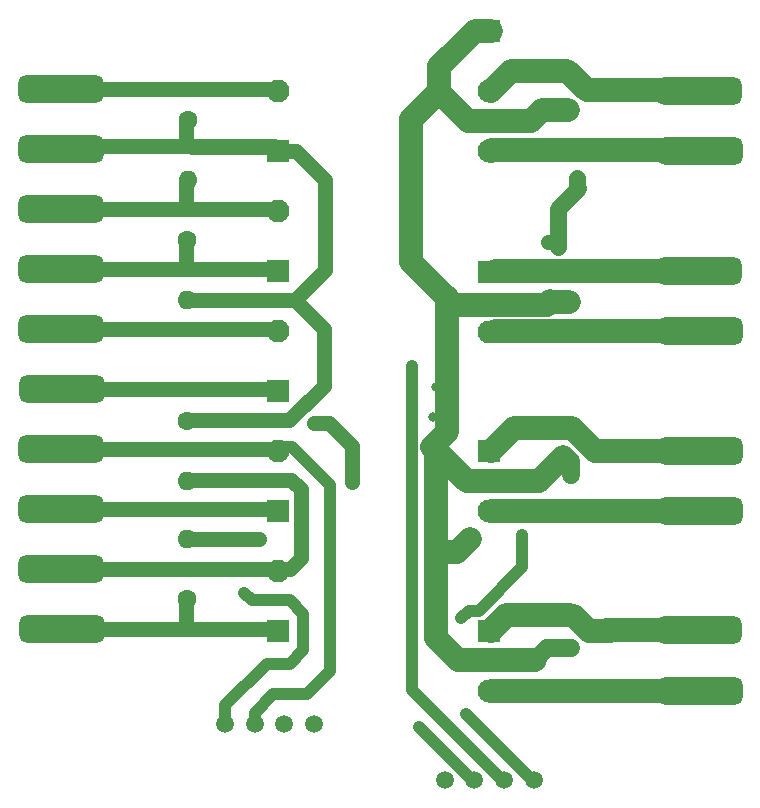
<source format=gbr>
%TF.GenerationSoftware,KiCad,Pcbnew,7.0.10*%
%TF.CreationDate,2024-08-04T06:11:57-04:00*%
%TF.ProjectId,12.X.2 - PLC Connector Combined,31322e58-2e32-4202-9d20-504c4320436f,rev?*%
%TF.SameCoordinates,Original*%
%TF.FileFunction,Copper,L2,Bot*%
%TF.FilePolarity,Positive*%
%FSLAX46Y46*%
G04 Gerber Fmt 4.6, Leading zero omitted, Abs format (unit mm)*
G04 Created by KiCad (PCBNEW 7.0.10) date 2024-08-04 06:11:57*
%MOMM*%
%LPD*%
G01*
G04 APERTURE LIST*
G04 Aperture macros list*
%AMRoundRect*
0 Rectangle with rounded corners*
0 $1 Rounding radius*
0 $2 $3 $4 $5 $6 $7 $8 $9 X,Y pos of 4 corners*
0 Add a 4 corners polygon primitive as box body*
4,1,4,$2,$3,$4,$5,$6,$7,$8,$9,$2,$3,0*
0 Add four circle primitives for the rounded corners*
1,1,$1+$1,$2,$3*
1,1,$1+$1,$4,$5*
1,1,$1+$1,$6,$7*
1,1,$1+$1,$8,$9*
0 Add four rect primitives between the rounded corners*
20,1,$1+$1,$2,$3,$4,$5,0*
20,1,$1+$1,$4,$5,$6,$7,0*
20,1,$1+$1,$6,$7,$8,$9,0*
20,1,$1+$1,$8,$9,$2,$3,0*%
G04 Aperture macros list end*
%TA.AperFunction,ComponentPad*%
%ADD10R,1.950000X1.950000*%
%TD*%
%TA.AperFunction,ComponentPad*%
%ADD11C,1.950000*%
%TD*%
%TA.AperFunction,ComponentPad*%
%ADD12C,1.600000*%
%TD*%
%TA.AperFunction,ComponentPad*%
%ADD13O,1.600000X1.600000*%
%TD*%
%TA.AperFunction,ComponentPad*%
%ADD14C,1.498600*%
%TD*%
%TA.AperFunction,SMDPad,CuDef*%
%ADD15RoundRect,0.572500X3.045750X0.572500X-3.045750X0.572500X-3.045750X-0.572500X3.045750X-0.572500X0*%
%TD*%
%TA.AperFunction,ViaPad*%
%ADD16C,0.800000*%
%TD*%
%TA.AperFunction,Conductor*%
%ADD17C,1.016000*%
%TD*%
%TA.AperFunction,Conductor*%
%ADD18C,2.000000*%
%TD*%
%TA.AperFunction,Conductor*%
%ADD19C,1.270000*%
%TD*%
%TA.AperFunction,Conductor*%
%ADD20C,0.250000*%
%TD*%
%TA.AperFunction,Conductor*%
%ADD21C,1.473200*%
%TD*%
%TA.AperFunction,Conductor*%
%ADD22C,1.500000*%
%TD*%
%TA.AperFunction,Conductor*%
%ADD23C,1.999996*%
%TD*%
G04 APERTURE END LIST*
D10*
%TO.P,J317,1,1*%
%TO.N,Net-(J305-Pin_1)*%
X110500000Y-87650000D03*
D11*
%TO.P,J317,2,2*%
%TO.N,Net-(J306-Pin_1)*%
X110500000Y-92730000D03*
%TD*%
D12*
%TO.P,R204,1*%
%TO.N,M*%
X85008250Y-74782224D03*
D13*
%TO.P,R204,2*%
%TO.N,Net-(J208-Pin_1)*%
X85008250Y-79862224D03*
%TD*%
D10*
%TO.P,J222,1,1*%
%TO.N,Net-(J205-Pin_1)*%
X92640000Y-97740000D03*
D11*
%TO.P,J222,2,2*%
%TO.N,Net-(J206-Pin_1)*%
X92640000Y-92660000D03*
%TD*%
D12*
%TO.P,R202,1*%
%TO.N,M*%
X84918250Y-100297224D03*
D13*
%TO.P,R202,2*%
%TO.N,Net-(J202-Pin_1)*%
X84918250Y-105377224D03*
%TD*%
D10*
%TO.P,J224,1,1*%
%TO.N,Net-(J201-Pin_1)*%
X92640000Y-118060000D03*
D11*
%TO.P,J224,2,2*%
%TO.N,Net-(J202-Pin_1)*%
X92640000Y-112980000D03*
%TD*%
D10*
%TO.P,J320,1,1*%
%TO.N,Net-(J313-Pin_1)*%
X110500000Y-102810000D03*
D11*
%TO.P,J320,2,2*%
%TO.N,Net-(J314-Pin_1)*%
X110500000Y-107890000D03*
%TD*%
D12*
%TO.P,R201,1*%
%TO.N,Net-(J201-Pin_1)*%
X84878250Y-115392224D03*
D13*
%TO.P,R201,2*%
%TO.N,M*%
X84878250Y-110312224D03*
%TD*%
D14*
%TO.P,J226,1,1*%
%TO.N,Net-(J206-Pin_1)*%
X95660000Y-125970000D03*
%TO.P,J226,2,2*%
%TO.N,Net-(J205-Pin_1)*%
X93160000Y-125970000D03*
%TO.P,J226,3,3*%
%TO.N,Net-(J204-Pin_1)*%
X90660000Y-125970000D03*
%TO.P,J226,4,4*%
%TO.N,Net-(J203-Pin_1)*%
X88160000Y-125970000D03*
%TD*%
D10*
%TO.P,J318,1,1*%
%TO.N,GNDPWR*%
X110500000Y-67250000D03*
D11*
%TO.P,J318,2,2*%
%TO.N,Net-(J303-Pin_1)*%
X110500000Y-72330000D03*
%TO.P,J318,3,3*%
%TO.N,Net-(J304-Pin_1)*%
X110500000Y-77410000D03*
%TD*%
D12*
%TO.P,R203,1*%
%TO.N,Net-(J207-Pin_1)*%
X84918250Y-85002224D03*
D13*
%TO.P,R203,2*%
%TO.N,M*%
X84918250Y-90082224D03*
%TD*%
D10*
%TO.P,J221,1,1*%
%TO.N,Net-(J203-Pin_1)*%
X92640000Y-107900000D03*
D11*
%TO.P,J221,2,2*%
%TO.N,Net-(J204-Pin_1)*%
X92640000Y-102820000D03*
%TD*%
D10*
%TO.P,J223,1,1*%
%TO.N,M*%
X92640000Y-77420000D03*
D11*
%TO.P,J223,2,2*%
%TO.N,Net-(J210-Pin_1)*%
X92640000Y-72340000D03*
%TD*%
D10*
%TO.P,J225,1,1*%
%TO.N,Net-(J207-Pin_1)*%
X92640000Y-87580000D03*
D11*
%TO.P,J225,2,2*%
%TO.N,Net-(J208-Pin_1)*%
X92640000Y-82500000D03*
%TD*%
D10*
%TO.P,J319,1,1*%
%TO.N,Net-(J301-Pin_1)*%
X110500000Y-118050000D03*
D11*
%TO.P,J319,2,2*%
%TO.N,Net-(J302-Pin_1)*%
X110500000Y-123130000D03*
%TD*%
D14*
%TO.P,J321,1,1*%
%TO.N,Net-(J304-Pin_1)*%
X114260000Y-130690000D03*
%TO.P,J321,2,2*%
%TO.N,Net-(J306-Pin_1)*%
X111760000Y-130690000D03*
%TO.P,J321,3,3*%
%TO.N,Net-(J314-Pin_1)*%
X109260000Y-130690000D03*
%TO.P,J321,4,4*%
%TO.N,Net-(J302-Pin_1)*%
X106760000Y-130690000D03*
%TD*%
D15*
%TO.P,J302,1,Pin_1*%
%TO.N,Net-(J302-Pin_1)*%
X128318250Y-123125000D03*
%TD*%
%TO.P,J314,1,Pin_1*%
%TO.N,Net-(J314-Pin_1)*%
X128328250Y-107885000D03*
%TD*%
%TO.P,J212,1,Pin_1*%
%TO.N,Net-(J202-Pin_1)*%
X74258250Y-112817224D03*
%TD*%
%TO.P,J216,1,Pin_1*%
%TO.N,Net-(J206-Pin_1)*%
X74268250Y-92497224D03*
%TD*%
%TO.P,J213,1,Pin_1*%
%TO.N,Net-(J203-Pin_1)*%
X74268250Y-107737224D03*
%TD*%
%TO.P,J217,1,Pin_1*%
%TO.N,Net-(J207-Pin_1)*%
X74268250Y-87407224D03*
%TD*%
%TO.P,J306,1,Pin_1*%
%TO.N,Net-(J306-Pin_1)*%
X128328250Y-92645000D03*
%TD*%
%TO.P,J219,1,Pin_1*%
%TO.N,M*%
X74238250Y-77247224D03*
%TD*%
%TO.P,J313,1,Pin_1*%
%TO.N,Net-(J313-Pin_1)*%
X128318250Y-102815000D03*
%TD*%
%TO.P,J211,1,Pin_1*%
%TO.N,Net-(J201-Pin_1)*%
X74340000Y-117907224D03*
%TD*%
%TO.P,J301,1,Pin_1*%
%TO.N,Net-(J301-Pin_1)*%
X128308250Y-118035000D03*
%TD*%
%TO.P,J214,1,Pin_1*%
%TO.N,Net-(J204-Pin_1)*%
X74258250Y-102667224D03*
%TD*%
%TO.P,J303,1,Pin_1*%
%TO.N,Net-(J303-Pin_1)*%
X128288250Y-72325000D03*
%TD*%
%TO.P,J304,1,Pin_1*%
%TO.N,Net-(J304-Pin_1)*%
X128311750Y-77405000D03*
%TD*%
%TO.P,J215,1,Pin_1*%
%TO.N,Net-(J205-Pin_1)*%
X74320000Y-97580000D03*
%TD*%
%TO.P,J218,1,Pin_1*%
%TO.N,Net-(J208-Pin_1)*%
X74258250Y-82347224D03*
%TD*%
%TO.P,J305,1,Pin_1*%
%TO.N,Net-(J305-Pin_1)*%
X128308250Y-87565000D03*
%TD*%
%TO.P,J220,1,Pin_1*%
%TO.N,Net-(J210-Pin_1)*%
X74238250Y-72187224D03*
%TD*%
D16*
%TO.N,Net-(J306-Pin_1)*%
X120134251Y-92670999D03*
X121294251Y-92670999D03*
X122474251Y-92670999D03*
X103972385Y-95625000D03*
%TO.N,Net-(J302-Pin_1)*%
X121870473Y-123124777D03*
X123300474Y-123124776D03*
X120148026Y-123124774D03*
%TO.N,Net-(J304-Pin_1)*%
X113311950Y-109950000D03*
X121454251Y-77400999D03*
X108153251Y-117010999D03*
X122764251Y-77380999D03*
X108528053Y-125094715D03*
X120234251Y-77391838D03*
%TO.N,Net-(J201-Pin_1)*%
X79471250Y-117874224D03*
X80868250Y-117874224D03*
X82265250Y-117874224D03*
%TO.N,Net-(J202-Pin_1)*%
X79471250Y-112794224D03*
X80868250Y-112794224D03*
X82392250Y-112794224D03*
%TO.N,Net-(J203-Pin_1)*%
X79471250Y-107714224D03*
X89758150Y-114826224D03*
X81249250Y-107714224D03*
X82773250Y-107714224D03*
%TO.N,Net-(J204-Pin_1)*%
X81249250Y-102634224D03*
X79598250Y-102634224D03*
X82773250Y-102634224D03*
%TO.N,Net-(J205-Pin_1)*%
X95679002Y-100444402D03*
X79852250Y-97554224D03*
X81503250Y-97554224D03*
X98902250Y-105440000D03*
X83027250Y-97554224D03*
%TO.N,Net-(J206-Pin_1)*%
X83281250Y-92474224D03*
X79852250Y-92474224D03*
X81630248Y-92474224D03*
%TO.N,Net-(J207-Pin_1)*%
X83027250Y-87394224D03*
X81376250Y-87394224D03*
X79852250Y-87394224D03*
%TO.N,Net-(J208-Pin_1)*%
X81503250Y-82314224D03*
X79725250Y-82314224D03*
X83281250Y-82314224D03*
%TO.N,M*%
X82773250Y-76980224D03*
X79344250Y-76980224D03*
X90012252Y-110254224D03*
X91282250Y-100221224D03*
X92425250Y-100221224D03*
X80995250Y-76980224D03*
X91028250Y-110254224D03*
%TO.N,Net-(J301-Pin_1)*%
X121667834Y-118059051D03*
X120434251Y-118040935D03*
X123002549Y-118042573D03*
%TO.N,Net-(J303-Pin_1)*%
X115500002Y-85149999D03*
X120264251Y-72280999D03*
X117950002Y-79700000D03*
X122864251Y-72310999D03*
X118058236Y-80608257D03*
X116350000Y-85584399D03*
X121454251Y-72310999D03*
%TO.N,Net-(J305-Pin_1)*%
X120234251Y-87570999D03*
X122644251Y-87560999D03*
X121404251Y-87540999D03*
%TO.N,Net-(J314-Pin_1)*%
X120034251Y-107891092D03*
X104549991Y-126196639D03*
X122754251Y-107840999D03*
X121334251Y-107870999D03*
%TO.N,Net-(J313-Pin_1)*%
X120034251Y-102870999D03*
X122904251Y-102850999D03*
X121474251Y-102870999D03*
%TO.N,GNDPWR*%
X115011251Y-73957999D03*
X117551241Y-104450499D03*
X117344251Y-119560999D03*
X105782385Y-99929133D03*
X108106625Y-68416625D03*
X103964011Y-78910999D03*
X107241626Y-69281624D03*
X117344251Y-73990999D03*
X103896138Y-77299998D03*
X108325000Y-111050000D03*
X105992385Y-97452999D03*
X117134251Y-103390999D03*
X108900001Y-110325001D03*
X115694741Y-90165509D03*
X103896138Y-75478864D03*
X115392251Y-119550999D03*
X117297251Y-90213999D03*
%TD*%
D17*
%TO.N,Net-(J306-Pin_1)*%
X103972369Y-123079017D02*
X103972369Y-95625016D01*
D18*
X128234251Y-92670999D02*
X120134251Y-92670999D01*
D17*
X111747351Y-130853999D02*
X103972369Y-123079017D01*
D18*
X120134251Y-92670999D02*
X110997583Y-92670999D01*
D17*
X103972369Y-95625016D02*
X103972385Y-95625000D01*
D18*
%TO.N,Net-(J302-Pin_1)*%
X110675230Y-123124770D02*
X110670000Y-123130000D01*
X128308691Y-123124770D02*
X110675230Y-123124770D01*
D17*
%TO.N,Net-(J304-Pin_1)*%
X114287351Y-130853999D02*
X108528067Y-125094715D01*
D18*
X128288046Y-77391838D02*
X120234251Y-77391838D01*
X120234251Y-77391838D02*
X110688162Y-77391838D01*
D17*
X113311950Y-112663050D02*
X113311950Y-109950000D01*
X109608000Y-116367000D02*
X113311950Y-112663050D01*
X108153251Y-117010999D02*
X108797250Y-116367000D01*
D18*
X110688162Y-77391838D02*
X110670000Y-77410000D01*
D17*
X108797250Y-116367000D02*
X109608000Y-116367000D01*
X108528067Y-125094715D02*
X108528053Y-125094715D01*
D19*
%TO.N,Net-(J201-Pin_1)*%
X84805250Y-117874220D02*
X74278395Y-117874220D01*
X79471250Y-117874224D02*
X80868250Y-117874224D01*
X92298250Y-117874224D02*
X92425250Y-117747224D01*
X74278395Y-117874220D02*
X74278391Y-117874224D01*
X82265250Y-117874224D02*
X92298250Y-117874224D01*
X80868250Y-117874224D02*
X82265250Y-117874224D01*
X84805250Y-115334224D02*
X84805250Y-117874220D01*
X74278391Y-117874224D02*
X79471250Y-117874224D01*
%TO.N,Net-(J202-Pin_1)*%
X80868250Y-112794224D02*
X79471250Y-112794224D01*
X79471250Y-112794224D02*
X79514250Y-112837224D01*
X94578250Y-111861750D02*
X94578250Y-106087224D01*
X93602776Y-112837224D02*
X94578250Y-111861750D01*
X94578250Y-106087224D02*
X93748250Y-105257224D01*
X82392250Y-112794224D02*
X80868250Y-112794224D01*
X79514250Y-112837224D02*
X93602776Y-112837224D01*
X79471250Y-112794224D02*
X74279942Y-112794224D01*
X74279942Y-112794224D02*
X74271976Y-112802190D01*
X93748250Y-105257224D02*
X85278250Y-105257224D01*
D17*
%TO.N,Net-(J203-Pin_1)*%
X88160000Y-124380000D02*
X88160000Y-125970000D01*
X93620000Y-120870000D02*
X91670000Y-120870000D01*
X91670000Y-120870000D02*
X88160000Y-124380000D01*
D19*
X79471250Y-107714224D02*
X74289842Y-107714224D01*
D17*
X90421926Y-115490000D02*
X93640000Y-115490000D01*
X94770000Y-116620000D02*
X94770000Y-119720000D01*
D19*
X81249250Y-107714224D02*
X79471250Y-107714224D01*
X92425250Y-107587224D02*
X92298250Y-107714224D01*
D17*
X89758150Y-114826224D02*
X90421926Y-115490000D01*
D19*
X92298250Y-107714224D02*
X82773250Y-107714224D01*
D17*
X94770000Y-119720000D02*
X93620000Y-120870000D01*
D19*
X82773250Y-107714224D02*
X81249250Y-107714224D01*
X74289842Y-107714224D02*
X74280369Y-107723697D01*
D17*
X93640000Y-115490000D02*
X94770000Y-116620000D01*
%TO.N,Net-(J204-Pin_1)*%
X92230000Y-123420000D02*
X95080000Y-123420000D01*
X95080000Y-123420000D02*
X97025000Y-121475000D01*
D19*
X92425250Y-102507224D02*
X92298250Y-102634224D01*
D17*
X97025000Y-121475000D02*
X97025000Y-105728116D01*
X97025000Y-105728116D02*
X93804108Y-102507224D01*
D19*
X82773250Y-102634224D02*
X81249250Y-102634224D01*
D17*
X90660000Y-124990000D02*
X92230000Y-123420000D01*
D19*
X81249250Y-102634224D02*
X79598250Y-102634224D01*
X74283060Y-102634224D02*
X74271976Y-102645308D01*
X92298250Y-102634224D02*
X82773250Y-102634224D01*
D17*
X93804108Y-102507224D02*
X92425250Y-102507224D01*
D19*
X79598250Y-102634224D02*
X74283060Y-102634224D01*
D17*
X90660000Y-125970000D02*
X90660000Y-124990000D01*
D19*
%TO.N,Net-(J205-Pin_1)*%
X98902250Y-102380000D02*
X96966652Y-100444402D01*
X92298250Y-97554224D02*
X83027250Y-97554224D01*
X83027250Y-97554224D02*
X81503250Y-97554224D01*
X81503250Y-97554224D02*
X79852250Y-97554224D01*
X79852250Y-97554224D02*
X74199025Y-97554224D01*
X96966652Y-100444402D02*
X95679002Y-100444402D01*
X74199025Y-97554224D02*
X74168250Y-97584999D01*
X92425250Y-97427224D02*
X92298250Y-97554224D01*
X98902250Y-105440000D02*
X98902250Y-102380000D01*
%TO.N,Net-(J206-Pin_1)*%
X79845556Y-92480918D02*
X79852250Y-92474224D01*
X74272660Y-92480918D02*
X79845556Y-92480918D01*
X81630248Y-92474224D02*
X79852250Y-92474224D01*
X92425250Y-92347224D02*
X92298250Y-92474224D01*
X74273749Y-92482007D02*
X78836250Y-92482007D01*
X74272660Y-92480918D02*
X74273749Y-92482007D01*
X83281250Y-92474224D02*
X81630248Y-92474224D01*
X92298250Y-92474224D02*
X83281250Y-92474224D01*
%TO.N,Net-(J207-Pin_1)*%
X74287737Y-87394224D02*
X83027250Y-87394224D01*
X79852250Y-87394224D02*
X79861592Y-87403566D01*
X74271976Y-87409985D02*
X74287737Y-87394224D01*
X81366908Y-87403566D02*
X81376250Y-87394224D01*
X92298250Y-87394224D02*
X92425250Y-87267224D01*
X83027250Y-87394224D02*
X92298250Y-87394224D01*
X84805250Y-87394224D02*
X81376250Y-87394224D01*
X79861592Y-87403566D02*
X81366908Y-87403566D01*
X84805250Y-84981224D02*
X84805250Y-87394224D01*
%TO.N,Net-(J208-Pin_1)*%
X74278395Y-82325125D02*
X74289296Y-82314224D01*
X81503250Y-82314224D02*
X83281250Y-82314224D01*
X79725250Y-82314224D02*
X81503250Y-82314224D01*
X83281250Y-82314224D02*
X92298250Y-82314224D01*
X74289296Y-82314224D02*
X79725250Y-82314224D01*
X92298250Y-82314224D02*
X92425250Y-82187224D01*
X84805250Y-79824224D02*
X84805250Y-82314224D01*
X84794349Y-82325125D02*
X74278395Y-82325125D01*
X84805250Y-82314224D02*
X84794349Y-82325125D01*
%TO.N,M*%
X91282250Y-100221224D02*
X93578776Y-100221224D01*
X91282250Y-100221224D02*
X92425250Y-100221224D01*
X84805250Y-110254224D02*
X90012252Y-110254224D01*
X79344250Y-76980224D02*
X74564650Y-76980224D01*
X94135026Y-77420000D02*
X96616250Y-79901224D01*
X94076250Y-90061224D02*
X84805250Y-90061224D01*
X82773250Y-76980224D02*
X80995250Y-76980224D01*
X82773250Y-76980224D02*
X92298250Y-76980224D01*
X96616250Y-79901224D02*
X96616250Y-87521224D01*
X74564650Y-76980224D02*
X74293347Y-77251527D01*
X93578776Y-100221224D02*
X96489250Y-97310750D01*
X85313250Y-77107224D02*
X92425250Y-77107224D01*
X80995250Y-76980224D02*
X79344250Y-76980224D01*
X84805250Y-74744224D02*
X84805250Y-76599224D01*
X91028250Y-110254224D02*
X90012252Y-110254224D01*
X92425250Y-100221224D02*
X92795250Y-100221224D01*
X96616250Y-87521224D02*
X94076250Y-90061224D01*
X92298250Y-76980224D02*
X92425250Y-77107224D01*
X84805250Y-76599224D02*
X85313250Y-77107224D01*
X96489250Y-97310750D02*
X96489250Y-92474224D01*
X92640000Y-77420000D02*
X94135026Y-77420000D01*
X84805250Y-100221224D02*
X91282250Y-100221224D01*
X96489250Y-92474224D02*
X94076250Y-90061224D01*
%TO.N,Net-(J210-Pin_1)*%
X92298250Y-72154224D02*
X74289963Y-72154224D01*
X74289963Y-72154224D02*
X74268986Y-72175201D01*
X92425250Y-72027224D02*
X92298250Y-72154224D01*
D18*
%TO.N,Net-(J301-Pin_1)*%
X117376999Y-116756999D02*
X111963001Y-116756999D01*
X128318279Y-118040935D02*
X120434251Y-118040935D01*
X111963001Y-116756999D02*
X110670000Y-118050000D01*
X120740284Y-118066968D02*
X118966968Y-118066968D01*
X118966968Y-118066968D02*
X117683032Y-116783032D01*
D20*
%TO.N,Net-(J303-Pin_1)*%
X115915600Y-85149999D02*
X116350000Y-85584399D01*
D18*
X128322134Y-72319133D02*
X122872385Y-72319133D01*
D21*
X116350000Y-82316493D02*
X116350000Y-85584399D01*
D18*
X121462385Y-72319133D02*
X121454251Y-72310999D01*
D21*
X118058236Y-80608257D02*
X117950002Y-80500023D01*
D18*
X121454251Y-72310999D02*
X118750999Y-72310999D01*
D19*
X115500002Y-85149999D02*
X115915600Y-85149999D01*
D21*
X118058236Y-80608257D02*
X116350000Y-82316493D01*
D18*
X117095999Y-70655999D02*
X112344001Y-70655999D01*
X122872385Y-72319133D02*
X122864251Y-72310999D01*
X122864251Y-72310999D02*
X122856117Y-72319133D01*
D21*
X117950002Y-80500023D02*
X117950002Y-79700000D01*
D18*
X112344001Y-70655999D02*
X110670000Y-72330000D01*
X118750999Y-72310999D02*
X117095999Y-70655999D01*
X122856117Y-72319133D02*
X121462385Y-72319133D01*
%TO.N,Net-(J305-Pin_1)*%
X110977583Y-87570999D02*
X128134251Y-87570999D01*
%TO.N,Net-(J314-Pin_1)*%
X128303876Y-107891092D02*
X120034251Y-107891092D01*
X120034251Y-107891092D02*
X120033159Y-107890000D01*
D17*
X109207351Y-130853999D02*
X104549991Y-126196639D01*
D18*
X120033159Y-107890000D02*
X110670000Y-107890000D01*
%TO.N,Net-(J313-Pin_1)*%
X112598001Y-100881999D02*
X110670000Y-102810000D01*
X117487069Y-100881999D02*
X112598001Y-100881999D01*
X128323314Y-102828455D02*
X119433525Y-102828455D01*
X119433525Y-102828455D02*
X117487069Y-100881999D01*
%TO.N,GNDPWR*%
X103896125Y-74773123D02*
X103896125Y-75478851D01*
X106248250Y-72420998D02*
X108747252Y-74920000D01*
X110670000Y-67250000D02*
X109273250Y-67250000D01*
X106890385Y-89840133D02*
X106890385Y-101271865D01*
D22*
X115392251Y-119550999D02*
X114653250Y-120290000D01*
D18*
X106883251Y-89832999D02*
X107521251Y-90470999D01*
X106883251Y-89832999D02*
X106890385Y-89840133D01*
D17*
X115011251Y-73957999D02*
X115011252Y-73957998D01*
D22*
X117454251Y-104900999D02*
X117454251Y-103710999D01*
D18*
X105989251Y-111422999D02*
X105989251Y-102781999D01*
D22*
X117424251Y-119550999D02*
X115392251Y-119550999D01*
X117134251Y-103390999D02*
X116724253Y-103390999D01*
D18*
X103896125Y-75478851D02*
X103896138Y-75478864D01*
X106248250Y-72420998D02*
X103896125Y-74773123D01*
X108607252Y-105400000D02*
X114715250Y-105400000D01*
X117170251Y-73957999D02*
X115011251Y-73957999D01*
X105989251Y-114724999D02*
X105989251Y-111422999D01*
X107521251Y-90470999D02*
X115389251Y-90470999D01*
X105989251Y-118696993D02*
X107867714Y-120575456D01*
X115389251Y-90470999D02*
X115694741Y-90165509D01*
X106883251Y-89832999D02*
X103896138Y-86845886D01*
D23*
X105989251Y-111422999D02*
X107802001Y-111422999D01*
D18*
X106248250Y-70275000D02*
X107241626Y-69281624D01*
X109273250Y-67250000D02*
X107241626Y-69281624D01*
X117297251Y-90213999D02*
X115743231Y-90213999D01*
X105989251Y-114724999D02*
X105989251Y-118696993D01*
D22*
X117454251Y-103710999D02*
X117134251Y-103390999D01*
D18*
X103896138Y-86845886D02*
X103896138Y-75478864D01*
X105684751Y-102477499D02*
X108607252Y-105400000D01*
X105989251Y-102781999D02*
X105684751Y-102477499D01*
D23*
X107802001Y-111422999D02*
X108900000Y-110325000D01*
D22*
X116724253Y-103390999D02*
X116724252Y-103390998D01*
D18*
X106890385Y-101271865D02*
X105684751Y-102477499D01*
X107867714Y-120575456D02*
X114367794Y-120575456D01*
X114715250Y-105400000D02*
X116724252Y-103390998D01*
X108747252Y-74920000D02*
X114049250Y-74920000D01*
X115743231Y-90213999D02*
X115694741Y-90165509D01*
X106248250Y-72420998D02*
X106248250Y-70275000D01*
X114049250Y-74920000D02*
X115011252Y-73957998D01*
%TD*%
M02*

</source>
